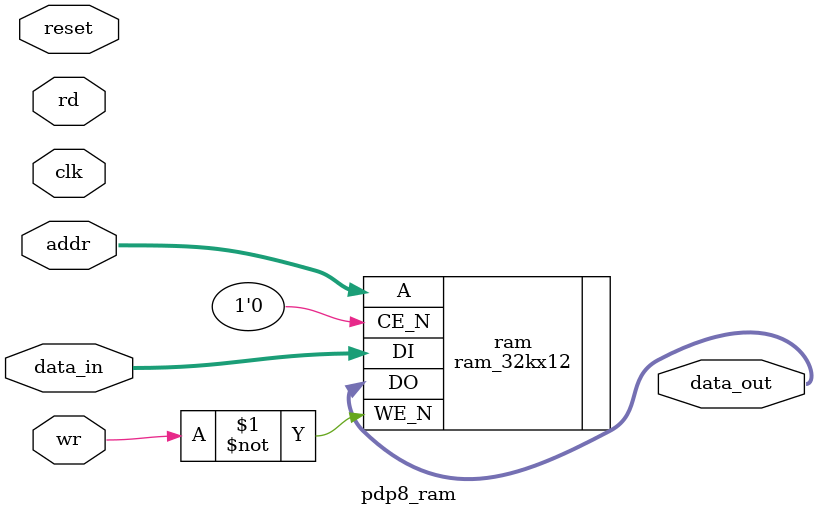
<source format=v>

`include "ram_32kx12.v"

module pdp8_ram(clk, reset, addr, data_in, data_out, rd, wr);

   input clk;
   input reset;
   input [14:0] addr;
   input [11:0] data_in;
   output [11:0] data_out;
   input 	 rd;
   input 	 wr;

   
   ram_32kx12 ram(.A(addr),
		  .DI(data_in),
		  .DO(data_out),
		  .CE_N(1'b0),
		  .WE_N(~wr));

endmodule

</source>
